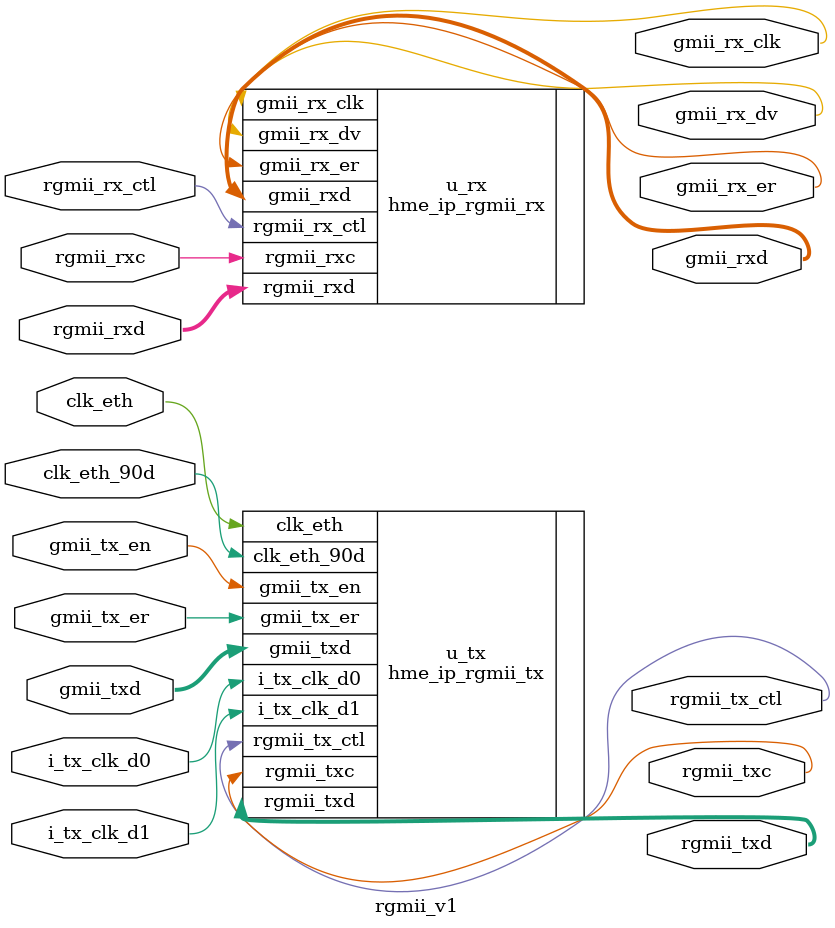
<source format=v>

module rgmii_v1(
    clk_eth,
    clk_eth_90d,
    i_tx_clk_d0,
    i_tx_clk_d1,
    gmii_tx_en,
    gmii_txd,
    gmii_tx_er,
    rgmii_txc,
    rgmii_tx_ctl,
    rgmii_txd,
    rgmii_rxc,
    rgmii_rx_ctl,
    rgmii_rxd,
    gmii_rx_clk,
    gmii_rx_dv,
    gmii_rx_er,
    gmii_rxd
);

input clk_eth;
input clk_eth_90d;
input i_tx_clk_d0;
input i_tx_clk_d1;
input gmii_tx_en;
input [7:0] gmii_txd;
input gmii_tx_er;
output rgmii_txc;
output rgmii_tx_ctl;
output [3:0] rgmii_txd;
input rgmii_rxc;
input rgmii_rx_ctl;
input [3:0] rgmii_rxd;
output gmii_rx_clk;
output gmii_rx_dv;
output gmii_rx_er;
output [7:0] gmii_rxd;

hme_ip_rgmii_tx u_tx (
        .clk_eth (clk_eth),
        .clk_eth_90d (clk_eth_90d),
        .i_tx_clk_d0 (i_tx_clk_d0),
        .i_tx_clk_d1 (i_tx_clk_d1),
        .gmii_tx_en (gmii_tx_en),
        .gmii_txd (gmii_txd),
        .gmii_tx_er (gmii_tx_er),
        .rgmii_txc (rgmii_txc),
        .rgmii_tx_ctl (rgmii_tx_ctl),
        .rgmii_txd (rgmii_txd)
);
hme_ip_rgmii_rx #( .PDIV (1'b0) ) u_rx (
        .rgmii_rxc (rgmii_rxc),
        .rgmii_rx_ctl (rgmii_rx_ctl),
        .rgmii_rxd (rgmii_rxd),
        .gmii_rx_clk (gmii_rx_clk),
        .gmii_rx_dv (gmii_rx_dv),
        .gmii_rx_er (gmii_rx_er),
        .gmii_rxd (gmii_rxd)
);

endmodule

// ============================================================
//                  rgmii Setting
//
// Warning: This part is read by Fuxi, please don't modify it.
// ============================================================
// Device          : H7P20N0V213-S1H1C7
// Module          : rgmii_v1
// IP core         : rgmii
// IP Version      : 1

// PDIV            : true
// Sdc Files       : sdc/rgmii_v1.sdc
// Simulation Files: ../ip_core/rgmii_v1/sim/src/P0/hme_ip_rgmii_tx.v ../ip_core/rgmii_v1/sim/src/P0/hme_ip_rgmii_rx.v
// Synthesis Files : src/P0_P2/hme_ip_rgmii_tx.v src/P0_P2/hme_ip_rgmii_rx.v

</source>
